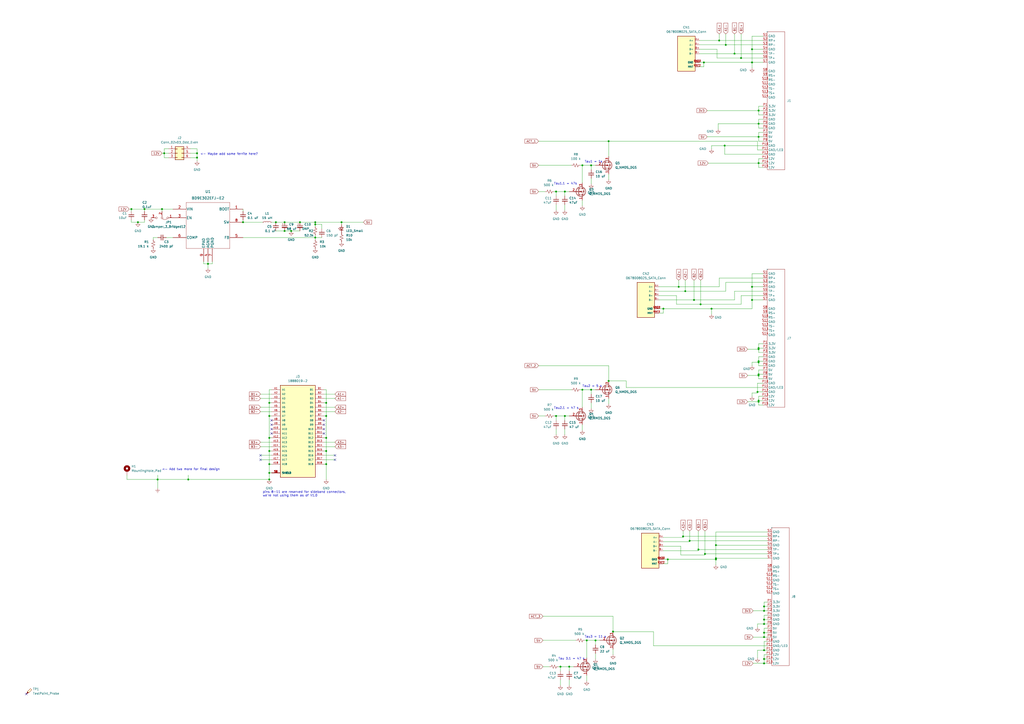
<source format=kicad_sch>
(kicad_sch (version 20230121) (generator eeschema)
  (paper "A2")
  (lib_symbols
    (symbol "Connector:TestPoint_Probe" (pin_numbers hide) (pin_names (offset 0.762) hide)
      (property "Reference" "TP" (at 1.651 5.842 0))
      (property "Value" "TestPoint_Probe" (at 1.651 4.064 0))
      (symbol "TestPoint_Probe_1_1"
        (pin passive line (at 0 0 90) (length 0) (name "1") (number "1"))
      )
    )
    (symbol "Connector_Generic:Conn_02x03_Top_Bottom" (pin_names (offset 1.016) hide)
      (property "Reference" "J" (at 1.27 5.08 0))
      (property "Value" "Conn_02x03_Top_Bottom" (at 1.27 -5.08 0))
      (symbol "Conn_02x03_Top_Bottom_1_1"
        (pin passive line (at -5.08 2.54 0) (length 3.81) (name "Pin_1") (number "1"))
        (pin passive line (at -5.08 0 0) (length 3.81) (name "Pin_2") (number "2"))
        (pin passive line (at -5.08 -2.54 0) (length 3.81) (name "Pin_3") (number "3"))
        (pin passive line (at 7.62 2.54 180) (length 3.81) (name "Pin_4") (number "4"))
        (pin passive line (at 7.62 0 180) (length 3.81) (name "Pin_5") (number "5"))
        (pin passive line (at 7.62 -2.54 180) (length 3.81) (name "Pin_6") (number "6"))
      )
    )
    (symbol "Device:C_Polarized_Small" (pin_numbers hide) (pin_names (offset 0.254) hide)
      (property "Reference" "C" (at 0.254 1.778 0))
      (property "Value" "C_Polarized_Small" (at 0.254 -2.032 0))
      (symbol "C_Polarized_Small_1_1"
        (pin passive line (at 0 2.54 270) (length 1.8542) (name "~") (number "1"))
        (pin passive line (at 0 -2.54 90) (length 1.8542) (name "~") (number "2"))
      )
    )
    (symbol "Device:C_Small" (pin_numbers hide) (pin_names (offset 0.254) hide)
      (property "Reference" "C" (at 0.254 1.778 0))
      (property "Value" "C_Small" (at 0.254 -2.032 0))
      (symbol "C_Small_1_1"
        (pin passive line (at 0 2.54 270) (length 2.032) (name "~") (number "1"))
        (pin passive line (at 0 -2.54 90) (length 2.032) (name "~") (number "2"))
      )
    )
    (symbol "Device:LED_Small" (pin_numbers hide) (pin_names (offset 0.254) hide)
      (property "Reference" "D" (at -1.27 3.175 0))
      (property "Value" "LED_Small" (at -4.445 -2.54 0))
      (symbol "LED_Small_1_1"
        (pin passive line (at -2.54 0 0) (length 1.778) (name "K") (number "1"))
        (pin passive line (at 2.54 0 180) (length 1.778) (name "A") (number "2"))
      )
    )
    (symbol "Device:L_Small" (pin_numbers hide) (pin_names (offset 0.254) hide)
      (property "Reference" "L" (at 0.762 1.016 0))
      (property "Value" "L_Small" (at 0.762 -1.016 0))
      (symbol "L_Small_1_1"
        (pin passive line (at 0 2.54 270) (length 0.508) (name "~") (number "1"))
        (pin passive line (at 0 -2.54 90) (length 0.508) (name "~") (number "2"))
      )
    )
    (symbol "Device:Q_NMOS_SGD" (pin_names (offset 0) hide)
      (property "Reference" "Q" (at 5.08 1.27 0))
      (property "Value" "Q_NMOS_SGD" (at 5.08 -1.27 0))
      (symbol "Q_NMOS_SGD_1_1"
        (pin passive line (at 2.54 -5.08 90) (length 2.54) (name "S") (number "1"))
        (pin input line (at -5.08 0 0) (length 5.08) (name "G") (number "2"))
        (pin passive line (at 2.54 5.08 270) (length 2.54) (name "D") (number "3"))
      )
    )
    (symbol "Device:R_Small_US" (pin_numbers hide) (pin_names (offset 0.254) hide)
      (property "Reference" "R" (at 0.762 0.508 0))
      (property "Value" "R_Small_US" (at 0.762 -1.016 0))
      (symbol "R_Small_US_1_1"
        (pin passive line (at 0 2.54 270) (length 1.016) (name "~") (number "1"))
        (pin passive line (at 0 -2.54 90) (length 1.016) (name "~") (number "2"))
      )
    )
    (symbol "Jumper:Jumper_3_Bridged12" (pin_names (offset 0) hide)
      (property "Reference" "JP" (at -2.54 -2.54 0))
      (property "Value" "Jumper_3_Bridged12" (at 0 2.794 0))
      (symbol "Jumper_3_Bridged12_1_1"
        (pin passive line (at -6.35 0 0) (length 2.54) (name "A") (number "1"))
        (pin passive line (at 0 -3.81 90) (length 2.54) (name "C") (number "2"))
        (pin passive line (at 6.35 0 180) (length 2.54) (name "B") (number "3"))
      )
    )
    (symbol "KiCADs:0678008025_SATA_Conn" (pin_names (offset 1.016))
      (property "Reference" "CN" (at -5.08 12.7 0))
      (property "Value" "0678008025_SATA_Conn" (at -5.08 -15.24 0))
      (symbol "0678008025_SATA_Conn_0_0"
        (pin bidirectional line (at -7.62 7.62 0) (length 2.54) (name "A+") (number "A+"))
        (pin bidirectional line (at -7.62 5.08 0) (length 2.54) (name "A-") (number "A-"))
        (pin bidirectional line (at -7.62 2.54 0) (length 2.54) (name "B+") (number "B+"))
        (pin bidirectional line (at -7.62 0 0) (length 2.54) (name "B-") (number "B-"))
        (pin power_in line (at -7.62 -5.08 0) (length 2.54) (name "GND") (number "GND1"))
        (pin power_in line (at -7.62 -5.08 0) (length 2.54) (name "GND") (number "GND2"))
        (pin power_in line (at -7.62 -5.08 0) (length 2.54) (name "GND") (number "GND3"))
        (pin bidirectional line (at -7.62 -7.62 0) (length 2.54) (name "MNT") (number "MNT1"))
        (pin bidirectional line (at -7.62 -7.62 0) (length 2.54) (name "MNT") (number "MNT2"))
      )
    )
    (symbol "KiCADs:10124274-001TRLF"
      (property "Reference" "J" (at 5.08 1.27 0))
      (symbol "10124274-001TRLF_1_1"
        (pin power_in line (at -2.54 -43.18 0) (length 2.54) (name "3.3V") (number "P1"))
        (pin power_in line (at -2.54 -66.04 0) (length 2.54) (name "GND") (number "P10"))
        (pin bidirectional line (at -2.54 -68.58 0) (length 2.54) (name "GND/LED") (number "P11"))
        (pin power_in line (at -2.54 -71.12 0) (length 2.54) (name "GND") (number "P12"))
        (pin power_in line (at -2.54 -73.66 0) (length 2.54) (name "12V") (number "P13"))
        (pin power_in line (at -2.54 -76.2 0) (length 2.54) (name "12V") (number "P14"))
        (pin power_in line (at -2.54 -78.74 0) (length 2.54) (name "12V") (number "P15"))
        (pin power_in line (at -2.54 -45.72 0) (length 2.54) (name "3.3V") (number "P2"))
        (pin power_in line (at -2.54 -48.26 0) (length 2.54) (name "3.3V") (number "P3"))
        (pin power_in line (at -2.54 -50.8 0) (length 2.54) (name "GND") (number "P4"))
        (pin power_in line (at -2.54 -53.34 0) (length 2.54) (name "GND") (number "P5"))
        (pin power_in line (at -2.54 -55.88 0) (length 2.54) (name "GND") (number "P6"))
        (pin power_in line (at -2.54 -58.42 0) (length 2.54) (name "5V") (number "P7"))
        (pin power_in line (at -2.54 -60.96 0) (length 2.54) (name "5V") (number "P8"))
        (pin power_in line (at -2.54 -63.5 0) (length 2.54) (name "5V") (number "P9"))
        (pin power_in line (at -2.54 -2.54 0) (length 2.54) (name "GND") (number "S1"))
        (pin input line (at -2.54 -27.94 0) (length 2.54) (name "RS-") (number "S10"))
        (pin power_in line (at -2.54 -30.48 0) (length 2.54) (name "GND") (number "S11"))
        (pin input line (at -2.54 -33.02 0) (length 2.54) (name "TS-") (number "S12"))
        (pin input line (at -2.54 -35.56 0) (length 2.54) (name "TS+") (number "S13"))
        (pin power_in line (at -2.54 -38.1 0) (length 2.54) (name "GND") (number "S14"))
        (pin input line (at -2.54 -5.08 0) (length 2.54) (name "RP+") (number "S2"))
        (pin input line (at -2.54 -7.62 0) (length 2.54) (name "RP-") (number "S3"))
        (pin power_in line (at -2.54 -10.16 0) (length 2.54) (name "GND") (number "S4"))
        (pin input line (at -2.54 -12.7 0) (length 2.54) (name "TP-") (number "S5"))
        (pin input line (at -2.54 -15.24 0) (length 2.54) (name "TP+") (number "S6"))
        (pin power_in line (at -2.54 -17.78 0) (length 2.54) (name "GND") (number "S7"))
        (pin power_in line (at -2.54 -22.86 0) (length 2.54) (name "GND") (number "S8"))
        (pin input line (at -2.54 -25.4 0) (length 2.54) (name "RS+") (number "S9"))
      )
    )
    (symbol "KiCADs:1888019-2" (pin_names (offset 1.016))
      (property "Reference" "J" (at -10.16 26.67 0))
      (property "Value" "1888019-2" (at -10.16 -29.21 0))
      (symbol "1888019-2_0_0"
        (pin passive line (at -15.24 22.86 0) (length 5.08) (name "A1") (number "A1"))
        (pin passive line (at -15.24 0 0) (length 5.08) (name "A10") (number "A10"))
        (pin passive line (at -15.24 -2.54 0) (length 5.08) (name "A11") (number "A11"))
        (pin passive line (at -15.24 -5.08 0) (length 5.08) (name "A12") (number "A12"))
        (pin passive line (at -15.24 -7.62 0) (length 5.08) (name "A13") (number "A13"))
        (pin passive line (at -15.24 -10.16 0) (length 5.08) (name "A14") (number "A14"))
        (pin passive line (at -15.24 -12.7 0) (length 5.08) (name "A15") (number "A15"))
        (pin passive line (at -15.24 -15.24 0) (length 5.08) (name "A16") (number "A16"))
        (pin passive line (at -15.24 -17.78 0) (length 5.08) (name "A17") (number "A17"))
        (pin passive line (at -15.24 -20.32 0) (length 5.08) (name "A18") (number "A18"))
        (pin passive line (at -15.24 20.32 0) (length 5.08) (name "A2") (number "A2"))
        (pin passive line (at -15.24 17.78 0) (length 5.08) (name "A3") (number "A3"))
        (pin passive line (at -15.24 15.24 0) (length 5.08) (name "A4") (number "A4"))
        (pin passive line (at -15.24 12.7 0) (length 5.08) (name "A5") (number "A5"))
        (pin passive line (at -15.24 10.16 0) (length 5.08) (name "A6") (number "A6"))
        (pin passive line (at -15.24 7.62 0) (length 5.08) (name "A7") (number "A7"))
        (pin passive line (at -15.24 5.08 0) (length 5.08) (name "A8") (number "A8"))
        (pin passive line (at -15.24 2.54 0) (length 5.08) (name "A9") (number "A9"))
        (pin passive line (at 15.24 22.86 180) (length 5.08) (name "B1") (number "B1"))
        (pin passive line (at 15.24 0 180) (length 5.08) (name "B10") (number "B10"))
        (pin passive line (at 15.24 -2.54 180) (length 5.08) (name "B11") (number "B11"))
        (pin passive line (at 15.24 -5.08 180) (length 5.08) (name "B12") (number "B12"))
        (pin passive line (at 15.24 -7.62 180) (length 5.08) (name "B13") (number "B13"))
        (pin passive line (at 15.24 -10.16 180) (length 5.08) (name "B14") (number "B14"))
        (pin passive line (at 15.24 -12.7 180) (length 5.08) (name "B15") (number "B15"))
        (pin passive line (at 15.24 -15.24 180) (length 5.08) (name "B16") (number "B16"))
        (pin passive line (at 15.24 -17.78 180) (length 5.08) (name "B17") (number "B17"))
        (pin passive line (at 15.24 -20.32 180) (length 5.08) (name "B18") (number "B18"))
        (pin passive line (at 15.24 20.32 180) (length 5.08) (name "B2") (number "B2"))
        (pin passive line (at 15.24 17.78 180) (length 5.08) (name "B3") (number "B3"))
        (pin passive line (at 15.24 15.24 180) (length 5.08) (name "B4") (number "B4"))
        (pin passive line (at 15.24 12.7 180) (length 5.08) (name "B5") (number "B5"))
        (pin passive line (at 15.24 10.16 180) (length 5.08) (name "B6") (number "B6"))
        (pin passive line (at 15.24 7.62 180) (length 5.08) (name "B7") (number "B7"))
        (pin passive line (at 15.24 5.08 180) (length 5.08) (name "B8") (number "B8"))
        (pin passive line (at 15.24 2.54 180) (length 5.08) (name "B9") (number "B9"))
        (pin passive line (at -15.24 -25.4 0) (length 5.08) (name "SHIELD") (number "S1"))
        (pin passive line (at -15.24 -25.4 0) (length 5.08) (name "SHIELD") (number "S2"))
        (pin passive line (at -15.24 -25.4 0) (length 5.08) (name "SHIELD") (number "S3"))
        (pin passive line (at -15.24 -25.4 0) (length 5.08) (name "SHIELD") (number "S4"))
        (pin passive line (at -15.24 -25.4 0) (length 5.08) (name "SHIELD") (number "S5"))
        (pin passive line (at -15.24 -25.4 0) (length 5.08) (name "SHIELD") (number "S6"))
      )
    )
    (symbol "KiCADs:BD9E302EFJ-E2" (pin_names (offset 0.254))
      (property "Reference" "U1" (at 20.32 13.97 0))
      (property "Value" "BD9E302EFJ-E2" (at 20.32 10.16 0))
      (symbol "BD9E302EFJ-E2_1_1"
        (pin unspecified line (at 40.64 3.81 180) (length 7.62) (name "BOOT") (number "1"))
        (pin unspecified line (at 0 3.81 0) (length 7.62) (name "VIN") (number "2"))
        (pin unspecified line (at 0 -1.27 0) (length 7.62) (name "EN") (number "3"))
        (pin power_in line (at 20.32 -26.67 90) (length 7.62) (name "AGND") (number "4"))
        (pin unspecified line (at 40.64 -12.7 180) (length 7.62) (name "FB") (number "5"))
        (pin unspecified line (at 0 -12.7 0) (length 7.62) (name "COMP") (number "6"))
        (pin power_in line (at 22.86 -26.67 90) (length 7.62) (name "PGND") (number "7"))
        (pin unspecified line (at 40.64 -3.81 180) (length 7.62) (name "SW") (number "8"))
        (pin unspecified line (at 17.78 -26.67 90) (length 7.62) (name "EPAD") (number "9"))
      )
    )
    (symbol "Mechanical:MountingHole_Pad" (pin_numbers hide) (pin_names (offset 1.016) hide)
      (property "Reference" "H" (at 0 6.35 0))
      (property "Value" "MountingHole_Pad" (at 0 4.445 0))
      (symbol "MountingHole_Pad_1_1"
        (pin input line (at 0 -2.54 90) (length 2.54) (name "1") (number "1"))
      )
    )
    (symbol "power:Earth" (power) (pin_names (offset 0))
      (symbol "Earth_1_1"
        (pin power_in line (at 0 0 270) (length 0) hide (name "Earth") (number "1"))
      )
    )
    (symbol "power:GND" (power) (pin_names (offset 0))
      (property "Value" "GND" (at 0 -3.81 0))
      (symbol "GND_1_1"
        (pin power_in line (at 0 0 270) (length 0) hide (name "GND") (number "1"))
      )
    )
  )
  (junction (at 182.88 137.795))
  (junction (at 189.23 254))
  (junction (at 443.23 351.79))
  (junction (at 156.21 278.13))
  (junction (at 426.085 31.115))
  (junction (at 156.21 261.62))
  (junction (at 440.055 217.17))
  (junction (at 440.055 71.755))
  (junction (at 387.35 324.485))
  (junction (at 396.24 311.15))
  (junction (at 440.055 233.045))
  (junction (at 109.22 278.13))
  (junction (at 120.65 153.035))
  (junction (at 330.2 386.715))
  (junction (at 429.895 33.655))
  (junction (at 93.98 121.285))
  (junction (at 156.21 274.32))
  (junction (at 421.005 26.035))
  (junction (at 415.29 324.485))
  (junction (at 405.13 318.77))
  (junction (at 165.1 128.905))
  (junction (at 189.23 269.24))
  (junction (at 325.12 386.715))
  (junction (at 412.75 179.07))
  (junction (at 443.23 361.95))
  (junction (at 440.055 210.185))
  (junction (at 156.21 241.3))
  (junction (at 337.82 95.885))
  (junction (at 443.23 369.57))
  (junction (at 443.23 367.03))
  (junction (at 443.23 377.19))
  (junction (at 198.12 128.905))
  (junction (at 439.42 227.33))
  (junction (at 397.51 168.91))
  (junction (at 400.05 313.69))
  (junction (at 443.23 359.41))
  (junction (at 415.29 316.23))
  (junction (at 402.59 173.99))
  (junction (at 408.305 36.195))
  (junction (at 95.25 88.9))
  (junction (at 440.055 217.805))
  (junction (at 440.055 94.615))
  (junction (at 340.36 371.475))
  (junction (at 417.195 23.495))
  (junction (at 393.7 166.37))
  (junction (at 165.1 133.985))
  (junction (at 408.94 321.31))
  (junction (at 443.23 354.33))
  (junction (at 76.2 121.285))
  (junction (at 406.4 176.53))
  (junction (at 327.66 241.3))
  (junction (at 168.91 133.985))
  (junction (at 160.02 128.905))
  (junction (at 80.01 128.905))
  (junction (at 443.23 384.81))
  (junction (at 436.245 28.575))
  (junction (at 345.44 371.475))
  (junction (at 353.06 220.98))
  (junction (at 182.88 130.175))
  (junction (at 440.055 79.375))
  (junction (at 322.58 241.3))
  (junction (at 327.66 111.125))
  (junction (at 342.9 95.885))
  (junction (at 353.06 81.915))
  (junction (at 322.58 111.125))
  (junction (at 440.055 201.93))
  (junction (at 440.055 232.41))
  (junction (at 189.23 233.68))
  (junction (at 440.055 209.55))
  (junction (at 189.23 241.3))
  (junction (at 436.245 173.99))
  (junction (at 156.21 269.24))
  (junction (at 420.37 84.455))
  (junction (at 443.23 382.27))
  (junction (at 189.23 261.62))
  (junction (at 182.88 128.905))
  (junction (at 436.245 166.37))
  (junction (at 355.6 366.395))
  (junction (at 156.21 233.68))
  (junction (at 337.82 226.06))
  (junction (at 91.44 278.13))
  (junction (at 114.3 88.9))
  (junction (at 114.3 91.44))
  (junction (at 342.9 226.06))
  (junction (at 83.82 121.285))
  (junction (at 415.29 323.85))
  (junction (at 140.97 128.905))
  (junction (at 440.055 64.135))
  (junction (at 156.21 254))
  (junction (at 384.81 179.07))
  (junction (at 440.055 202.565))
  (junction (at 436.245 36.195))
  (junction (at 173.99 128.905))
  (no_connect (at 157.48 248.92))
  (no_connect (at 194.31 264.16))
  (no_connect (at 194.31 266.7))
  (no_connect (at 187.96 248.92))
  (no_connect (at 157.48 251.46))
  (no_connect (at 15.24 402.59))
  (no_connect (at 151.13 264.16))
  (no_connect (at 187.96 246.38))
  (no_connect (at 151.13 266.7))
  (no_connect (at 187.96 243.84))
  (no_connect (at 187.96 251.46))
  (no_connect (at 157.48 243.84))
  (no_connect (at 157.48 246.38))
  (wire (pts (xy 337.82 116.205) (xy 337.82 119.38)))
  (wire (pts (xy 327.66 241.3) (xy 327.66 243.84)))
  (wire (pts (xy 443.23 379.73) (xy 443.23 382.27)))
  (wire (pts (xy 440.055 202.565) (xy 440.055 204.47)))
  (wire (pts (xy 336.55 95.885) (xy 337.82 95.885)))
  (wire (pts (xy 187.96 226.06) (xy 189.23 226.06)))
  (wire (pts (xy 415.29 308.61) (xy 445.135 308.61)))
  (wire (pts (xy 421.005 26.035) (xy 442.595 26.035)))
  (wire (pts (xy 440.055 71.755) (xy 442.595 71.755)))
  (wire (pts (xy 443.23 364.49) (xy 443.23 367.03)))
  (wire (pts (xy 189.23 254) (xy 189.23 261.62)))
  (wire (pts (xy 189.23 241.3) (xy 189.23 254)))
  (wire (pts (xy 187.96 233.68) (xy 189.23 233.68)))
  (wire (pts (xy 342.9 226.06) (xy 345.44 226.06)))
  (wire (pts (xy 330.2 394.335) (xy 330.2 397.51)))
  (wire (pts (xy 342.9 226.06) (xy 342.9 228.6)))
  (wire (pts (xy 95.25 91.44) (xy 97.79 91.44)))
  (wire (pts (xy 426.085 168.91) (xy 426.085 173.99)))
  (wire (pts (xy 151.13 259.08) (xy 157.48 259.08)))
  (wire (pts (xy 312.42 95.885) (xy 331.47 95.885)))
  (wire (pts (xy 440.055 217.17) (xy 442.595 217.17)))
  (wire (pts (xy 160.02 128.905) (xy 165.1 128.905)))
  (wire (pts (xy 342.9 233.68) (xy 342.9 236.855)))
  (wire (pts (xy 83.82 128.905) (xy 83.82 127.635)))
  (wire (pts (xy 382.27 168.91) (xy 397.51 168.91)))
  (wire (pts (xy 187.96 264.16) (xy 194.31 264.16)))
  (wire (pts (xy 187.96 269.24) (xy 189.23 269.24)))
  (wire (pts (xy 440.055 217.17) (xy 440.055 217.805)))
  (wire (pts (xy 74.93 121.285) (xy 76.2 121.285)))
  (wire (pts (xy 405.13 307.975) (xy 405.13 318.77)))
  (wire (pts (xy 415.925 33.655) (xy 429.895 33.655)))
  (wire (pts (xy 322.58 248.92) (xy 322.58 252.095)))
  (wire (pts (xy 314.96 357.505) (xy 355.6 357.505)))
  (wire (pts (xy 436.245 28.575) (xy 442.595 28.575)))
  (wire (pts (xy 443.23 369.57) (xy 445.135 369.57)))
  (wire (pts (xy 382.27 179.07) (xy 384.81 179.07)))
  (wire (pts (xy 189.23 261.62) (xy 189.23 269.24)))
  (wire (pts (xy 363.22 224.79) (xy 442.595 224.79)))
  (wire (pts (xy 440.055 81.915) (xy 442.595 81.915)))
  (wire (pts (xy 382.27 173.99) (xy 402.59 173.99)))
  (wire (pts (xy 345.44 379.095) (xy 345.44 382.27)))
  (wire (pts (xy 93.98 121.285) (xy 93.98 122.555)))
  (wire (pts (xy 327.66 111.125) (xy 327.66 113.665)))
  (wire (pts (xy 440.055 94.615) (xy 440.055 97.155)))
  (wire (pts (xy 322.58 118.745) (xy 322.58 121.92)))
  (wire (pts (xy 91.44 278.13) (xy 91.44 283.21)))
  (wire (pts (xy 140.97 137.795) (xy 182.88 137.795)))
  (wire (pts (xy 433.705 202.565) (xy 440.055 202.565)))
  (wire (pts (xy 340.36 371.475) (xy 340.36 381.635)))
  (wire (pts (xy 345.44 371.475) (xy 347.98 371.475)))
  (wire (pts (xy 83.82 121.285) (xy 93.98 121.285)))
  (wire (pts (xy 439.42 361.95) (xy 439.42 363.855)))
  (wire (pts (xy 321.31 241.3) (xy 322.58 241.3)))
  (wire (pts (xy 160.02 133.985) (xy 165.1 133.985)))
  (wire (pts (xy 140.97 127.635) (xy 140.97 128.905)))
  (wire (pts (xy 440.055 232.41) (xy 442.595 232.41)))
  (wire (pts (xy 408.94 321.31) (xy 408.94 321.945)))
  (wire (pts (xy 415.29 324.485) (xy 415.29 327.66)))
  (wire (pts (xy 187.96 236.22) (xy 194.31 236.22)))
  (wire (pts (xy 156.21 254) (xy 156.21 261.62)))
  (wire (pts (xy 337.82 226.06) (xy 337.82 236.22)))
  (wire (pts (xy 440.055 229.87) (xy 440.055 232.41)))
  (wire (pts (xy 442.595 222.25) (xy 439.42 222.25)))
  (wire (pts (xy 151.13 266.7) (xy 157.48 266.7)))
  (wire (pts (xy 342.9 103.505) (xy 342.9 106.68)))
  (wire (pts (xy 420.37 89.535) (xy 420.37 84.455)))
  (wire (pts (xy 440.055 71.755) (xy 440.055 74.295)))
  (wire (pts (xy 436.245 210.185) (xy 440.055 210.185)))
  (wire (pts (xy 415.29 323.85) (xy 445.135 323.85)))
  (wire (pts (xy 400.05 313.69) (xy 400.05 314.325)))
  (wire (pts (xy 426.085 19.685) (xy 426.085 31.115)))
  (wire (pts (xy 187.96 238.76) (xy 194.31 238.76)))
  (wire (pts (xy 445.135 356.87) (xy 443.23 356.87)))
  (wire (pts (xy 182.88 130.175) (xy 182.88 131.445)))
  (wire (pts (xy 363.22 220.98) (xy 353.06 220.98)))
  (wire (pts (xy 187.96 259.08) (xy 194.31 259.08)))
  (wire (pts (xy 312.42 111.125) (xy 316.23 111.125)))
  (wire (pts (xy 436.88 384.81) (xy 443.23 384.81)))
  (wire (pts (xy 445.135 349.25) (xy 443.23 349.25)))
  (wire (pts (xy 440.055 64.135) (xy 442.595 64.135)))
  (wire (pts (xy 355.6 376.555) (xy 355.6 379.73)))
  (wire (pts (xy 445.135 379.73) (xy 443.23 379.73)))
  (wire (pts (xy 400.05 313.69) (xy 445.135 313.69)))
  (wire (pts (xy 443.23 367.03) (xy 445.135 367.03)))
  (wire (pts (xy 76.2 121.285) (xy 76.2 122.555)))
  (wire (pts (xy 426.085 168.91) (xy 442.595 168.91)))
  (wire (pts (xy 186.69 130.175) (xy 182.88 130.175)))
  (wire (pts (xy 445.135 372.11) (xy 443.23 372.11)))
  (wire (pts (xy 182.88 128.905) (xy 198.12 128.905)))
  (wire (pts (xy 408.305 36.195) (xy 436.245 36.195)))
  (wire (pts (xy 436.245 36.195) (xy 436.245 39.37)))
  (wire (pts (xy 442.595 76.835) (xy 440.055 76.835)))
  (wire (pts (xy 330.2 386.715) (xy 332.74 386.715)))
  (wire (pts (xy 327.66 241.3) (xy 330.2 241.3)))
  (wire (pts (xy 443.23 349.25) (xy 443.23 351.79)))
  (wire (pts (xy 379.095 374.65) (xy 445.135 374.65)))
  (wire (pts (xy 353.06 100.965) (xy 353.06 104.14)))
  (wire (pts (xy 73.66 275.59) (xy 73.66 278.13)))
  (wire (pts (xy 151.13 264.16) (xy 157.48 264.16)))
  (wire (pts (xy 443.23 382.27) (xy 445.135 382.27)))
  (wire (pts (xy 93.98 88.9) (xy 95.25 88.9)))
  (wire (pts (xy 382.27 166.37) (xy 393.7 166.37)))
  (wire (pts (xy 379.095 366.395) (xy 355.6 366.395)))
  (wire (pts (xy 426.085 31.115) (xy 442.595 31.115)))
  (wire (pts (xy 421.005 19.685) (xy 421.005 26.035)))
  (wire (pts (xy 442.595 69.215) (xy 440.055 69.215)))
  (wire (pts (xy 436.245 227.965) (xy 439.42 227.965)))
  (wire (pts (xy 421.005 168.91) (xy 397.51 168.91)))
  (wire (pts (xy 110.49 91.44) (xy 114.3 91.44)))
  (wire (pts (xy 337.82 95.885) (xy 342.9 95.885)))
  (wire (pts (xy 396.24 307.975) (xy 396.24 311.15)))
  (wire (pts (xy 187.96 256.54) (xy 194.31 256.54)))
  (wire (pts (xy 394.97 321.945) (xy 394.97 316.865)))
  (wire (pts (xy 443.23 351.79) (xy 443.23 354.33)))
  (wire (pts (xy 440.055 232.41) (xy 440.055 233.045)))
  (wire (pts (xy 384.81 314.325) (xy 400.05 314.325)))
  (wire (pts (xy 440.055 204.47) (xy 442.595 204.47)))
  (wire (pts (xy 140.97 121.285) (xy 140.97 122.555)))
  (wire (pts (xy 417.195 166.37) (xy 393.7 166.37)))
  (wire (pts (xy 114.3 91.44) (xy 114.3 88.9)))
  (wire (pts (xy 80.01 128.905) (xy 83.82 128.905)))
  (wire (pts (xy 91.44 275.59) (xy 91.44 278.13)))
  (wire (pts (xy 151.13 228.6) (xy 157.48 228.6)))
  (wire (pts (xy 443.23 377.19) (xy 445.135 377.19)))
  (wire (pts (xy 442.595 199.39) (xy 440.055 199.39)))
  (wire (pts (xy 440.055 217.805) (xy 440.055 219.71)))
  (wire (pts (xy 109.22 275.59) (xy 109.22 278.13)))
  (wire (pts (xy 440.055 76.835) (xy 440.055 79.375)))
  (wire (pts (xy 151.13 256.54) (xy 157.48 256.54)))
  (wire (pts (xy 187.96 241.3) (xy 189.23 241.3)))
  (wire (pts (xy 198.12 128.905) (xy 198.12 130.175)))
  (wire (pts (xy 182.88 136.525) (xy 182.88 137.795)))
  (wire (pts (xy 95.25 88.9) (xy 95.25 91.44)))
  (wire (pts (xy 88.9 137.795) (xy 88.9 139.065)))
  (wire (pts (xy 322.58 111.125) (xy 322.58 113.665)))
  (wire (pts (xy 355.6 357.505) (xy 355.6 366.395)))
  (wire (pts (xy 187.96 254) (xy 189.23 254)))
  (wire (pts (xy 440.055 74.295) (xy 442.595 74.295)))
  (wire (pts (xy 384.81 179.07) (xy 384.81 181.61)))
  (wire (pts (xy 392.43 176.53) (xy 392.43 171.45)))
  (wire (pts (xy 314.96 386.715) (xy 318.77 386.715)))
  (wire (pts (xy 120.65 151.765) (xy 120.65 153.035)))
  (wire (pts (xy 440.055 233.045) (xy 440.055 234.95)))
  (wire (pts (xy 337.82 95.885) (xy 337.82 106.045)))
  (wire (pts (xy 420.37 84.455) (xy 442.595 84.455)))
  (wire (pts (xy 415.29 316.23) (xy 415.29 323.85)))
  (wire (pts (xy 412.75 84.455) (xy 412.75 86.36)))
  (wire (pts (xy 436.245 173.99) (xy 442.595 173.99)))
  (wire (pts (xy 187.96 266.7) (xy 194.31 266.7)))
  (wire (pts (xy 151.13 238.76) (xy 157.48 238.76)))
  (wire (pts (xy 165.1 133.985) (xy 168.91 133.985)))
  (wire (pts (xy 436.245 158.75) (xy 436.245 166.37)))
  (wire (pts (xy 436.245 36.195) (xy 442.595 36.195)))
  (wire (pts (xy 440.055 214.63) (xy 440.055 217.17)))
  (wire (pts (xy 405.765 38.735) (xy 408.305 38.735)))
  (wire (pts (xy 393.7 162.56) (xy 393.7 166.37)))
  (wire (pts (xy 325.12 394.335) (xy 325.12 397.51)))
  (wire (pts (xy 440.055 66.675) (xy 442.595 66.675)))
  (wire (pts (xy 440.055 71.755) (xy 416.56 71.755)))
  (wire (pts (xy 439.42 377.19) (xy 443.23 377.19)))
  (wire (pts (xy 76.2 127.635) (xy 76.2 128.905)))
  (wire (pts (xy 157.48 226.06) (xy 156.21 226.06)))
  (wire (pts (xy 440.055 212.09) (xy 442.595 212.09)))
  (wire (pts (xy 387.35 324.485) (xy 415.29 324.485)))
  (wire (pts (xy 439.42 227.33) (xy 442.595 227.33)))
  (wire (pts (xy 429.895 19.685) (xy 429.895 33.655)))
  (wire (pts (xy 182.88 137.795) (xy 182.88 139.065)))
  (wire (pts (xy 156.21 261.62) (xy 156.21 269.24)))
  (wire (pts (xy 109.22 278.13) (xy 156.21 278.13)))
  (wire (pts (xy 420.37 89.535) (xy 442.595 89.535)))
  (wire (pts (xy 340.36 371.475) (xy 345.44 371.475)))
  (wire (pts (xy 412.75 84.455) (xy 420.37 84.455)))
  (wire (pts (xy 363.22 224.79) (xy 363.22 220.98)))
  (wire (pts (xy 327.66 118.745) (xy 327.66 121.92)))
  (wire (pts (xy 415.925 28.575) (xy 405.765 28.575)))
  (wire (pts (xy 321.31 111.125) (xy 322.58 111.125)))
  (wire (pts (xy 436.245 20.955) (xy 442.595 20.955)))
  (wire (pts (xy 415.925 33.655) (xy 415.925 28.575)))
  (wire (pts (xy 436.245 166.37) (xy 442.595 166.37)))
  (wire (pts (xy 322.58 241.3) (xy 327.66 241.3)))
  (wire (pts (xy 387.35 324.485) (xy 387.35 327.025)))
  (wire (pts (xy 189.23 233.68) (xy 189.23 241.3)))
  (wire (pts (xy 384.81 319.405) (xy 405.13 319.405)))
  (wire (pts (xy 421.005 163.83) (xy 442.595 163.83)))
  (wire (pts (xy 384.81 311.785) (xy 396.24 311.785)))
  (wire (pts (xy 429.895 176.53) (xy 406.4 176.53)))
  (wire (pts (xy 417.195 19.685) (xy 417.195 23.495)))
  (wire (pts (xy 189.23 226.06) (xy 189.23 233.68)))
  (wire (pts (xy 83.82 121.285) (xy 83.82 122.555)))
  (wire (pts (xy 157.48 274.32) (xy 156.21 274.32)))
  (wire (pts (xy 408.305 36.195) (xy 408.305 38.735)))
  (wire (pts (xy 186.69 132.715) (xy 186.69 130.175)))
  (wire (pts (xy 157.48 254) (xy 156.21 254)))
  (wire (pts (xy 157.48 128.905) (xy 160.02 128.905)))
  (wire (pts (xy 440.055 209.55) (xy 442.595 209.55)))
  (wire (pts (xy 442.595 214.63) (xy 440.055 214.63)))
  (wire (pts (xy 440.055 79.375) (xy 440.055 81.915)))
  (wire (pts (xy 440.055 209.55) (xy 440.055 210.185)))
  (wire (pts (xy 440.055 92.075) (xy 440.055 94.615)))
  (wire (pts (xy 353.06 231.14) (xy 353.06 234.315)))
  (wire (pts (xy 312.42 241.3) (xy 316.23 241.3)))
  (wire (pts (xy 440.055 69.215) (xy 440.055 71.755)))
  (wire (pts (xy 417.195 23.495) (xy 442.595 23.495)))
  (wire (pts (xy 312.42 212.09) (xy 353.06 212.09)))
  (wire (pts (xy 415.29 308.61) (xy 415.29 316.23)))
  (wire (pts (xy 379.095 374.65) (xy 379.095 366.395)))
  (wire (pts (xy 76.2 121.285) (xy 83.82 121.285)))
  (wire (pts (xy 436.245 28.575) (xy 436.245 36.195)))
  (wire (pts (xy 187.96 261.62) (xy 189.23 261.62)))
  (wire (pts (xy 412.75 179.07) (xy 412.75 182.245)))
  (wire (pts (xy 439.42 86.995) (xy 442.595 86.995)))
  (wire (pts (xy 312.42 226.06) (xy 331.47 226.06)))
  (wire (pts (xy 440.055 61.595) (xy 440.055 64.135)))
  (wire (pts (xy 157.48 269.24) (xy 156.21 269.24)))
  (wire (pts (xy 353.06 81.915) (xy 439.42 81.915)))
  (wire (pts (xy 323.85 386.715) (xy 325.12 386.715)))
  (wire (pts (xy 436.88 369.57) (xy 443.23 369.57)))
  (wire (pts (xy 327.66 248.92) (xy 327.66 252.095)))
  (wire (pts (xy 382.27 181.61) (xy 384.81 181.61)))
  (wire (pts (xy 339.09 371.475) (xy 340.36 371.475)))
  (wire (pts (xy 443.23 367.03) (xy 443.23 369.57)))
  (wire (pts (xy 151.13 231.14) (xy 157.48 231.14)))
  (wire (pts (xy 421.005 163.83) (xy 421.005 168.91)))
  (wire (pts (xy 440.055 207.01) (xy 440.055 209.55)))
  (wire (pts (xy 402.59 162.56) (xy 402.59 173.99)))
  (wire (pts (xy 417.195 161.29) (xy 442.595 161.29)))
  (wire (pts (xy 156.21 241.3) (xy 156.21 254)))
  (wire (pts (xy 440.055 201.93) (xy 442.595 201.93)))
  (wire (pts (xy 394.97 316.865) (xy 384.81 316.865)))
  (wire (pts (xy 340.36 391.795) (xy 340.36 394.97)))
  (wire (pts (xy 429.895 33.655) (xy 442.595 33.655)))
  (wire (pts (xy 439.42 222.25) (xy 439.42 227.33)))
  (wire (pts (xy 173.99 128.905) (xy 182.88 128.905)))
  (wire (pts (xy 342.9 95.885) (xy 345.44 95.885)))
  (wire (pts (xy 440.055 201.93) (xy 440.055 202.565)))
  (wire (pts (xy 433.705 233.045) (xy 440.055 233.045)))
  (wire (pts (xy 440.055 64.135) (xy 440.055 66.675)))
  (wire (pts (xy 353.06 81.915) (xy 353.06 90.805)))
  (wire (pts (xy 405.765 23.495) (xy 417.195 23.495)))
  (wire (pts (xy 182.88 137.795) (xy 186.69 137.795)))
  (wire (pts (xy 440.055 234.95) (xy 442.595 234.95)))
  (wire (pts (xy 168.91 133.985) (xy 173.99 133.985)))
  (wire (pts (xy 118.11 153.035) (xy 120.65 153.035)))
  (wire (pts (xy 405.13 318.77) (xy 405.13 319.405)))
  (wire (pts (xy 384.81 327.025) (xy 387.35 327.025)))
  (wire (pts (xy 443.23 384.81) (xy 445.135 384.81)))
  (wire (pts (xy 440.055 79.375) (xy 442.595 79.375)))
  (wire (pts (xy 443.23 382.27) (xy 443.23 384.81)))
  (wire (pts (xy 157.48 233.68) (xy 156.21 233.68)))
  (wire (pts (xy 392.43 176.53) (xy 406.4 176.53)))
  (wire (pts (xy 322.58 241.3) (xy 322.58 243.84)))
  (wire (pts (xy 443.23 372.11) (xy 443.23 377.19)))
  (wire (pts (xy 182.88 128.905) (xy 182.88 130.175)))
  (wire (pts (xy 114.3 86.36) (xy 110.49 86.36)))
  (wire (pts (xy 118.11 151.765) (xy 118.11 153.035)))
  (wire (pts (xy 397.51 162.56) (xy 397.51 168.91)))
  (wire (pts (xy 436.245 179.07) (xy 412.75 179.07)))
  (wire (pts (xy 436.88 354.33) (xy 443.23 354.33)))
  (wire (pts (xy 325.12 386.715) (xy 325.12 389.255)))
  (wire (pts (xy 440.055 94.615) (xy 442.595 94.615)))
  (wire (pts (xy 415.29 323.85) (xy 415.29 324.485)))
  (wire (pts (xy 440.055 219.71) (xy 442.595 219.71)))
  (wire (pts (xy 95.25 86.36) (xy 95.25 88.9)))
  (wire (pts (xy 96.52 137.795) (xy 100.33 137.795)))
  (wire (pts (xy 330.2 386.715) (xy 330.2 389.255)))
  (wire (pts (xy 440.055 199.39) (xy 440.055 201.93)))
  (wire (pts (xy 396.24 311.15) (xy 396.24 311.785)))
  (wire (pts (xy 416.56 71.755) (xy 416.56 74.93)))
  (wire (pts (xy 187.96 228.6) (xy 194.31 228.6)))
  (wire (pts (xy 114.3 88.9) (xy 114.3 86.36)))
  (wire (pts (xy 436.245 173.99) (xy 436.245 179.07)))
  (wire (pts (xy 325.12 386.715) (xy 330.2 386.715)))
  (wire (pts (xy 322.58 111.125) (xy 327.66 111.125)))
  (wire (pts (xy 384.81 324.485) (xy 387.35 324.485)))
  (wire (pts (xy 443.23 354.33) (xy 445.135 354.33)))
  (wire (pts (xy 410.21 64.135) (xy 440.055 64.135)))
  (wire (pts (xy 396.24 311.15) (xy 445.135 311.15)))
  (wire (pts (xy 93.98 121.285) (xy 100.33 121.285)))
  (wire (pts (xy 410.21 79.375) (xy 440.055 79.375)))
  (wire (pts (xy 405.13 318.77) (xy 445.135 318.77)))
  (wire (pts (xy 443.23 359.41) (xy 443.23 361.95)))
  (wire (pts (xy 442.595 229.87) (xy 440.055 229.87)))
  (wire (pts (xy 429.895 171.45) (xy 442.595 171.45)))
  (wire (pts (xy 156.21 226.06) (xy 156.21 233.68)))
  (wire (pts (xy 189.23 269.24) (xy 189.23 278.13)))
  (wire (pts (xy 157.48 241.3) (xy 156.21 241.3)))
  (wire (pts (xy 392.43 171.45) (xy 382.27 171.45)))
  (wire (pts (xy 442.595 61.595) (xy 440.055 61.595)))
  (wire (pts (xy 73.66 278.13) (xy 91.44 278.13)))
  (wire (pts (xy 410.845 94.615) (xy 440.055 94.615)))
  (wire (pts (xy 314.96 371.475) (xy 334.01 371.475)))
  (wire (pts (xy 114.3 91.44) (xy 114.3 93.345)))
  (wire (pts (xy 436.245 227.965) (xy 436.245 229.87)))
  (wire (pts (xy 327.66 111.125) (xy 330.2 111.125)))
  (wire (pts (xy 156.21 274.32) (xy 156.21 278.13)))
  (wire (pts (xy 406.4 162.56) (xy 406.4 176.53)))
  (wire (pts (xy 91.44 137.795) (xy 88.9 137.795)))
  (wire (pts (xy 120.65 153.035) (xy 120.65 155.575)))
  (wire (pts (xy 443.23 356.87) (xy 443.23 359.41)))
  (wire (pts (xy 442.595 92.075) (xy 440.055 92.075)))
  (wire (pts (xy 157.48 261.62) (xy 156.21 261.62)))
  (wire (pts (xy 443.23 351.79) (xy 445.135 351.79)))
  (wire (pts (xy 405.765 36.195) (xy 408.305 36.195)))
  (wire (pts (xy 336.55 226.06) (xy 337.82 226.06)))
  (wire (pts (xy 400.05 307.975) (xy 400.05 313.69)))
  (wire (pts (xy 433.705 217.805) (xy 440.055 217.805)))
  (wire (pts (xy 156.21 233.68) (xy 156.21 241.3)))
  (wire (pts (xy 337.82 226.06) (xy 342.9 226.06)))
  (wire (pts (xy 198.12 128.905) (xy 210.82 128.905)))
  (wire (pts (xy 384.81 179.07) (xy 412.75 179.07)))
  (wire (pts (xy 187.96 231.14) (xy 194.31 231.14)))
  (wire (pts (xy 439.42 227.33) (xy 439.42 227.965)))
  (wire (pts (xy 312.42 81.915) (xy 353.06 81.915)))
  (wire (pts (xy 95.25 88.9) (xy 97.79 88.9)))
  (wire (pts (xy 439.42 361.95) (xy 443.23 361.95)))
  (wire (pts (xy 440.055 210.185) (xy 440.055 212.09)))
  (wire (pts (xy 415.29 316.23) (xy 445.135 316.23)))
  (wire (pts (xy 405.765 31.115) (xy 426.085 31.115)))
  (wire (pts (xy 405.765 26.035) (xy 421.005 26.035)))
  (wire (pts (xy 110.49 88.9) (xy 114.3 88.9)))
  (wire (pts (xy 394.97 321.945) (xy 408.94 321.945)))
  (wire (pts (xy 151.13 236.22) (xy 157.48 236.22)))
  (wire (pts (xy 442.595 207.01) (xy 440.055 207.01)))
  (wire (pts (xy 408.94 321.31) (xy 445.135 321.31)))
  (wire (pts (xy 120.65 153.035) (xy 123.19 153.035)))
  (wire (pts (xy 443.23 361.95) (xy 445.135 361.95)))
  (wire (pts (xy 440.055 97.155) (xy 442.595 97.155)))
  (wire (pts (xy 436.245 210.185) (xy 436.245 212.09)))
  (wire (pts (xy 342.9 95.885) (xy 342.9 98.425)))
  (wire (pts (xy 436.245 166.37) (xy 436.245 173.99)))
  (wire (pts (xy 417.195 161.29) (xy 417.195 166.37)))
  (wire (pts (xy 76.2 128.905) (xy 80.01 128.905)))
  (wire (pts (xy 408.94 307.975) (xy 408.94 321.31)))
  (wire (pts (xy 165.1 128.905) (xy 173.99 128.905)))
  (wire (pts (xy 445.135 364.49) (xy 443.23 364.49)))
  (wire (pts (xy 337.82 246.38) (xy 337.82 249.555)))
  (wire (pts (xy 436.245 158.75) (xy 442.595 158.75)))
  (wire (pts (xy 436.245 20.955) (xy 436.245 28.575)))
  (wire (pts (xy 345.44 371.475) (xy 345.44 374.015)))
  (wire (pts (xy 439.42 81.915) (xy 439.42 86.995)))
  (wire (pts (xy 429.895 171.45) (xy 429.895 176.53)))
  (wire (pts (xy 123.19 153.035) (xy 123.19 151.765)))
  (wire (pts (xy 439.42 377.19) (xy 439.42 381.635)))
  (wire (pts (xy 353.06 212.09) (xy 353.06 220.98)))
  (wire (pts (xy 443.23 359.41) (xy 445.135 359.41)))
  (wire (pts (xy 140.97 128.905) (xy 152.4 128.905)))
  (wire (pts (xy 426.085 173.99) (xy 402.59 173.99)))
  (wire (pts (xy 156.21 269.24) (xy 156.21 274.32)))
  (wire (pts (xy 97.79 86.36) (xy 95.25 86.36)))
  (wire (pts (xy 91.44 278.13) (xy 109.22 278.13)))
  (text "Tau2.1 = 47 s\n" (at 321.31 237.49 0) (effects (font (size 1.27 1.27)) (justify left bottom)))
  (text "pins 8-11 are reserved for sideband connectors,\nwe're not using them as of V1.0" (at 152.4 288.29 0) (effects (font (size 1.27 1.27)) (justify left bottom)))
  (text "<- Add two more for final design" (at 93.98 273.05 0) (effects (font (size 1.27 1.27)) (justify left bottom)))
  (text "Tau2 = 5 s" (at 337.82 224.79 0) (effects (font (size 1.27 1.27)) (justify left bottom)))
  (text "<- Maybe add some ferrite here?" (at 116.205 90.17 0) (effects (font (size 1.27 1.27)) (justify left bottom)))
  (text "Tau1 = 1s" (at 339.09 94.615 0) (effects (font (size 1.27 1.27)) (justify left bottom)))
  (text "Tau1.1 = 47s" (at 321.31 107.315 0) (effects (font (size 1.27 1.27)) (justify left bottom)))
  (text "Tau3 = 11 s" (at 339.09 370.205 0) (effects (font (size 1.27 1.27)) (justify left bottom)))
  (text "Tau 3.1 = 47 s" (at 323.85 382.905 0) (effects (font (size 1.27 1.27)) (justify left bottom)))
  (global_label "ACT_3" (shape input) (at 314.96 357.505 180) (property "Intersheetrefs" "${INTERSHEET_REFS}" (effects hide)))
  (global_label "A2-" (shape input) (at 397.51 162.56 90) (property "Intersheetrefs" "${INTERSHEET_REFS}" (effects hide)))
  (global_label "12V" (shape input) (at 410.845 94.615 180) (property "Intersheetrefs" "${INTERSHEET_REFS}" (effects hide)))
  (global_label "3V3" (shape input) (at 436.88 354.33 180) (property "Intersheetrefs" "${INTERSHEET_REFS}" (effects hide)))
  (global_label "B1-" (shape input) (at 426.085 19.685 90) (property "Intersheetrefs" "${INTERSHEET_REFS}" (effects hide)))
  (global_label "A1-" (shape input) (at 194.31 231.14 0) (property "Intersheetrefs" "${INTERSHEET_REFS}" (effects hide)))
  (global_label "12V" (shape input) (at 436.88 384.81 180) (property "Intersheetrefs" "${INTERSHEET_REFS}" (effects hide)))
  (global_label "B3-" (shape input) (at 151.13 259.08 180) (property "Intersheetrefs" "${INTERSHEET_REFS}" (effects hide)))
  (global_label "A2+" (shape input) (at 194.31 236.22 0) (property "Intersheetrefs" "${INTERSHEET_REFS}" (effects hide)))
  (global_label "5V" (shape input) (at 312.42 241.3 180) (property "Intersheetrefs" "${INTERSHEET_REFS}" (effects hide)))
  (global_label "A3-" (shape input) (at 194.31 259.08 0) (property "Intersheetrefs" "${INTERSHEET_REFS}" (effects hide)))
  (global_label "A2+" (shape input) (at 393.7 162.56 90) (property "Intersheetrefs" "${INTERSHEET_REFS}" (effects hide)))
  (global_label "B1+" (shape input) (at 151.13 228.6 180) (property "Intersheetrefs" "${INTERSHEET_REFS}" (effects hide)))
  (global_label "5V" (shape input) (at 210.82 128.905 0) (property "Intersheetrefs" "${INTERSHEET_REFS}" (effects hide)))
  (global_label "A3+" (shape input) (at 194.31 256.54 0) (property "Intersheetrefs" "${INTERSHEET_REFS}" (effects hide)))
  (global_label "5V" (shape input) (at 433.705 217.805 180) (property "Intersheetrefs" "${INTERSHEET_REFS}" (effects hide)))
  (global_label "ACT_1" (shape input) (at 312.42 81.915 180) (property "Intersheetrefs" "${INTERSHEET_REFS}" (effects hide)))
  (global_label "5V" (shape input) (at 314.96 386.715 180) (property "Intersheetrefs" "${INTERSHEET_REFS}" (effects hide)))
  (global_label "B1+" (shape input) (at 429.895 19.685 90) (property "Intersheetrefs" "${INTERSHEET_REFS}" (effects hide)))
  (global_label "5V" (shape input) (at 436.88 369.57 180) (property "Intersheetrefs" "${INTERSHEET_REFS}" (effects hide)))
  (global_label "ACT_2" (shape input) (at 312.42 212.09 180) (property "Intersheetrefs" "${INTERSHEET_REFS}" (effects hide)))
  (global_label "12V" (shape input) (at 74.93 121.285 180) (property "Intersheetrefs" "${INTERSHEET_REFS}" (effects hide)))
  (global_label "B2-" (shape input) (at 151.13 238.76 180) (property "Intersheetrefs" "${INTERSHEET_REFS}" (effects hide)))
  (global_label "A3+" (shape input) (at 396.24 307.975 90) (property "Intersheetrefs" "${INTERSHEET_REFS}" (effects hide)))
  (global_label "3V3" (shape input) (at 410.21 64.135 180) (property "Intersheetrefs" "${INTERSHEET_REFS}" (effects hide)))
  (global_label "3V3" (shape input) (at 433.705 202.565 180) (property "Intersheetrefs" "${INTERSHEET_REFS}" (effects hide)))
  (global_label "B3-" (shape input) (at 405.13 307.975 90) (property "Intersheetrefs" "${INTERSHEET_REFS}" (effects hide)))
  (global_label "B2+" (shape input) (at 406.4 162.56 90) (property "Intersheetrefs" "${INTERSHEET_REFS}" (effects hide)))
  (global_label "B1-" (shape input) (at 151.13 231.14 180) (property "Intersheetrefs" "${INTERSHEET_REFS}" (effects hide)))
  (global_label "5V" (shape input) (at 312.42 111.125 180) (property "Intersheetrefs" "${INTERSHEET_REFS}" (effects hide)))
  (global_label "B3+" (shape input) (at 151.13 256.54 180) (property "Intersheetrefs" "${INTERSHEET_REFS}" (effects hide)))
  (global_label "5V" (shape input) (at 410.21 79.375 180) (property "Intersheetrefs" "${INTERSHEET_REFS}" (effects hide)))
  (global_label "B2-" (shape input) (at 402.59 162.56 90) (property "Intersheetrefs" "${INTERSHEET_REFS}" (effects hide)))
  (global_label "5V" (shape input) (at 314.96 371.475 180) (property "Intersheetrefs" "${INTERSHEET_REFS}" (effects hide)))
  (global_label "B2+" (shape input) (at 151.13 236.22 180) (property "Intersheetrefs" "${INTERSHEET_REFS}" (effects hide)))
  (global_label "A1+" (shape input) (at 417.195 19.685 90) (property "Intersheetrefs" "${INTERSHEET_REFS}" (effects hide)))
  (global_label "B3+" (shape input) (at 408.94 307.975 90) (property "Intersheetrefs" "${INTERSHEET_REFS}" (effects hide)))
  (global_label "A1-" (shape input) (at 421.005 19.685 90) (property "Intersheetrefs" "${INTERSHEET_REFS}" (effects hide)))
  (global_label "12V" (shape input) (at 93.98 88.9 180) (property "Intersheetrefs" "${INTERSHEET_REFS}" (effects hide)))
  (global_label "12V" (shape input) (at 433.705 233.045 180) (property "Intersheetrefs" "${INTERSHEET_REFS}" (effects hide)))
  (global_label "5V" (shape input) (at 312.42 226.06 180) (property "Intersheetrefs" "${INTERSHEET_REFS}" (effects hide)))
  (global_label "A3-" (shape input) (at 400.05 307.975 90) (property "Intersheetrefs" "${INTERSHEET_REFS}" (effects hide)))
  (global_label "A1+" (shape input) (at 194.31 228.6 0) (property "Intersheetrefs" "${INTERSHEET_REFS}" (effects hide)))
  (global_label "A2-" (shape input) (at 194.31 238.76 0) (property "Intersheetrefs" "${INTERSHEET_REFS}" (effects hide)))
  (global_label "5V" (shape input) (at 312.42 95.885 180) (property "Intersheetrefs" "${INTERSHEET_REFS}" (effects hide)))
  (symbol (lib_id "Device:R_Small_US") (at 318.77 111.125 90) (unit 1)
    (property "Reference" "R6" (at 318.77 104.775 90))
    (property "Value" "500 k " (at 318.77 107.315 90))
    (property "Footprint" "Resistor_SMD:R_0603_1608Metric_Pad0.98x0.95mm_HandSolder" (effects hide))
  )
  (symbol (lib_id "Device:LED_Small") (at 198.12 132.715 90) (unit 1)
    (property "Reference" "D1" (at 200.66 131.3814 90) (effects (justify right)))
    (property "Value" "LED_Small" (at 200.66 133.9214 90) (effects (justify right)))
    (property "Footprint" "LED_SMD:LED_0805_2012Metric_Pad1.15x1.40mm_HandSolder" (effects hide))
  )
  (symbol (lib_id "power:GND") (at 198.12 140.335 0) (unit 1)
    (property "Reference" "#PWR0112" (effects hide))
    (property "Value" "GND" (at 198.12 145.415 0))
  )
  (symbol (lib_id "Device:C_Small") (at 322.58 116.205 0) (unit 1)
    (property "Reference" "C11" (at 320.04 114.9412 0) (effects (justify right)))
    (property "Value" "47uF" (at 320.04 117.4812 0) (effects (justify right)))
    (property "Footprint" "Capacitor_SMD:C_1210_3225Metric_Pad1.33x2.70mm_HandSolder" (effects hide))
  )
  (symbol (lib_id "Device:Q_NMOS_SGD") (at 353.06 371.475 0) (unit 1)
    (property "Reference" "Q2" (at 359.41 370.2049 0) (effects (justify left)))
    (property "Value" "Q_NMOS_DGS" (at 359.41 372.7449 0) (effects (justify left)))
    (property "Footprint" "Package_TO_SOT_SMD:SOT-23" (effects hide))
  )
  (symbol (lib_id "KiCADs:BD9E302EFJ-E2") (at 100.33 125.095 0) (unit 1)
    (property "Reference" "U1" (at 120.65 111.125 0) (effects (font (size 1.524 1.524))))
    (property "Value" "BD9E302EFJ-E2" (at 120.65 114.935 0) (effects (font (size 1.524 1.524))))
    (property "Footprint" "Package_SO:Texas_HTSOP-8-1EP_3.9x4.9mm_P1.27mm_EP2.95x4.9mm_Mask2.4x3.1mm_ThermalVias" (effects hide))
  )
  (symbol (lib_id "power:GND") (at 330.2 397.51 0) (unit 1)
    (property "Reference" "#PWR0125" (effects hide))
    (property "Value" "GND" (at 330.2 402.59 0))
  )
  (symbol (lib_id "power:GND") (at 342.9 236.855 0) (unit 1)
    (property "Reference" "#PWR0129" (effects hide))
    (property "Value" "GND" (at 342.9 241.935 0))
  )
  (symbol (lib_id "power:GND") (at 436.245 229.87 0) (unit 1)
    (property "Reference" "#PWR0128" (effects hide))
    (property "Value" "GND" (at 436.245 234.95 0))
  )
  (symbol (lib_id "power:GND") (at 322.58 252.095 0) (unit 1)
    (property "Reference" "#PWR0130" (effects hide))
    (property "Value" "GND" (at 322.58 257.175 0))
  )
  (symbol (lib_id "power:GND") (at 436.245 212.09 0) (unit 1)
    (property "Reference" "#PWR0110" (effects hide))
    (property "Value" "GND" (at 433.07 213.995 0))
  )
  (symbol (lib_id "power:GND") (at 415.29 327.66 0) (unit 1)
    (property "Reference" "#PWR0133" (effects hide))
    (property "Value" "GND" (at 419.735 328.93 0))
  )
  (symbol (lib_id "power:GND") (at 353.06 104.14 0) (unit 1)
    (property "Reference" "#PWR0105" (effects hide))
    (property "Value" "GND" (at 353.06 109.22 0))
  )
  (symbol (lib_id "power:GND") (at 412.75 86.36 0) (unit 1)
    (property "Reference" "#PWR0103" (effects hide))
    (property "Value" "GND" (at 407.67 86.36 0))
  )
  (symbol (lib_id "Device:R_Small_US") (at 182.88 133.985 0) (unit 1)
    (property "Reference" "R2" (at 179.07 133.985 0) (effects (justify left)))
    (property "Value" "52.3k" (at 176.53 136.525 0) (effects (justify left)))
    (property "Footprint" "Resistor_SMD:R_0603_1608Metric_Pad0.98x0.95mm_HandSolder" (effects hide))
  )
  (symbol (lib_id "KiCADs:0678008025_SATA_Conn") (at 377.19 319.405 0) (mirror y) (unit 1)
    (property "Reference" "CN3" (at 377.19 304.165 0))
    (property "Value" "0678008025_SATA_Conn" (at 377.19 306.705 0))
    (property "Footprint" "KiCADs:0678008025_SATA_Conn" (effects hide))
  )
  (symbol (lib_id "power:GND") (at 88.9 144.145 0) (unit 1)
    (property "Reference" "#PWR0118" (effects hide))
    (property "Value" "GND" (at 88.9 149.225 0))
  )
  (symbol (lib_id "Device:C_Polarized_Small") (at 173.99 131.445 0) (unit 1)
    (property "Reference" "C10" (at 176.53 130.175 0) (effects (justify left)))
    (property "Value" "DNP" (at 175.26 132.715 0) (effects (justify left)))
    (property "Footprint" "Capacitor_Tantalum_SMD:CP_EIA-7343-15_Kemet-W_Pad2.25x2.55mm_HandSolder" (effects hide))
  )
  (symbol (lib_id "Connector:TestPoint_Probe") (at 15.24 402.59 0) (unit 1)
    (property "Reference" "TP1" (at 19.05 399.7325 0) (effects (justify left)))
    (property "Value" "TestPoint_Probe" (at 19.05 402.2725 0) (effects (justify left)))
    (property "Footprint" "KiCADs:TheColonelCu" (effects hide))
  )
  (symbol (lib_id "Device:C_Small") (at 76.2 125.095 0) (unit 1)
    (property "Reference" "C1" (at 73.66 123.8312 0) (effects (justify right)))
    (property "Value" "10uF" (at 73.66 126.3712 0) (effects (justify right)))
    (property "Footprint" "Capacitor_SMD:C_0603_1608Metric_Pad1.08x0.95mm_HandSolder" (effects hide))
  )
  (symbol (lib_id "KiCADs:0678008025_SATA_Conn") (at 398.145 31.115 0) (mirror y) (unit 1)
    (property "Reference" "CN1" (at 398.145 15.875 0))
    (property "Value" "0678008025_SATA_Conn" (at 398.145 18.415 0))
    (property "Footprint" "KiCADs:0678008025_SATA_Conn" (effects hide))
  )
  (symbol (lib_id "power:GND") (at 342.9 106.68 0) (unit 1)
    (property "Reference" "#PWR0104" (effects hide))
    (property "Value" "GND" (at 342.9 111.76 0))
  )
  (symbol (lib_id "Device:Q_NMOS_SGD") (at 350.52 95.885 0) (unit 1)
    (property "Reference" "Q5" (at 356.87 94.6149 0) (effects (justify left)))
    (property "Value" "Q_NMOS_DGS" (at 356.87 97.1549 0) (effects (justify left)))
    (property "Footprint" "Package_TO_SOT_SMD:SOT-23" (effects hide))
  )
  (symbol (lib_id "power:GND") (at 114.3 93.345 0) (unit 1)
    (property "Reference" "#PWR0114" (effects hide))
    (property "Value" "GND" (at 114.3 98.425 0))
  )
  (symbol (lib_id "power:GND") (at 416.56 74.93 0) (unit 1)
    (property "Reference" "#PWR0102" (effects hide))
    (property "Value" "GND" (at 414.02 76.1999 0) (effects (justify right)))
  )
  (symbol (lib_id "Connector_Generic:Conn_02x03_Top_Bottom") (at 102.87 88.9 0) (unit 1)
    (property "Reference" "J2" (at 104.14 80.01 0))
    (property "Value" "Conn_02x03_Odd_Even" (at 104.14 82.55 0))
    (property "Footprint" "KiCADs:6_pin_PCI_PWR" (effects hide))
    (property "Datasheet" "https://www.molex.com/pdm_docs/pk/PK-5569-002.pdf" (effects hide))
  )
  (symbol (lib_id "power:GND") (at 439.42 363.855 0) (unit 1)
    (property "Reference" "#PWR0134" (effects hide))
    (property "Value" "GND" (at 434.975 364.49 0))
  )
  (symbol (lib_id "Device:C_Small") (at 160.02 131.445 0) (unit 1)
    (property "Reference" "C5" (at 154.94 131.445 0) (effects (justify left)))
    (property "Value" "0.1 uF" (at 153.67 133.985 0) (effects (justify left)))
    (property "Footprint" "Capacitor_SMD:C_0603_1608Metric_Pad1.08x0.95mm_HandSolder" (effects hide))
  )
  (symbol (lib_id "Device:R_Small_US") (at 198.12 137.795 0) (unit 1)
    (property "Reference" "R10" (at 200.66 136.5249 0) (effects (justify left)))
    (property "Value" "10k" (at 200.66 139.0649 0) (effects (justify left)))
    (property "Footprint" "Resistor_SMD:R_0603_1608Metric_Pad0.98x0.95mm_HandSolder" (effects hide))
  )
  (symbol (lib_id "KiCADs:1888019-2") (at 172.72 248.92 0) (unit 1)
    (property "Reference" "J3" (at 172.72 218.44 0))
    (property "Value" "1888019-2" (at 172.72 220.98 0))
    (property "Footprint" "KiCADs:TE_1888019-2" (effects hide))
    (property "Datasheet" "https://www.digikey.com/en/products/detail/te-connectivity-amp-connectors/1888019-2/2286672" (effects hide))
    (property "Comment" "1888019-2" (effects hide))
  )
  (symbol (lib_id "power:Earth") (at 91.44 283.21 0) (unit 1)
    (property "Reference" "#PWR0121" (effects hide))
    (property "Value" "Earth" (effects hide))
  )
  (symbol (lib_id "power:GND") (at 355.6 379.73 0) (unit 1)
    (property "Reference" "#PWR0122" (effects hide))
    (property "Value" "GND" (at 355.6 384.81 0))
  )
  (symbol (lib_id "Device:C_Small") (at 186.69 135.255 0) (unit 1)
    (property "Reference" "C6" (at 189.23 133.9912 0) (effects (justify left)))
    (property "Value" "150 pF" (at 189.23 136.5312 0) (effects (justify left)))
    (property "Footprint" "Capacitor_SMD:C_0603_1608Metric_Pad1.08x0.95mm_HandSolder" (effects hide))
  )
  (symbol (lib_id "power:GND") (at 337.82 119.38 0) (unit 1)
    (property "Reference" "#PWR0106" (effects hide))
    (property "Value" "GND" (at 337.82 124.46 0))
  )
  (symbol (lib_id "power:GND") (at 439.42 381.635 0) (unit 1)
    (property "Reference" "#PWR0135" (effects hide))
    (property "Value" "GND" (at 435.61 382.27 0))
  )
  (symbol (lib_id "Device:C_Small") (at 345.44 376.555 0) (unit 1)
    (property "Reference" "C8" (at 347.98 375.2912 0) (effects (justify left)))
    (property "Value" "22 uF" (at 347.98 377.8312 0) (effects (justify left)))
    (property "Footprint" "Capacitor_SMD:C_0603_1608Metric_Pad1.08x0.95mm_HandSolder" (effects hide))
  )
  (symbol (lib_id "Device:R_Small_US") (at 336.55 371.475 90) (unit 1)
    (property "Reference" "R5" (at 336.55 365.125 90))
    (property "Value" "500 k " (at 336.55 367.665 90))
    (property "Footprint" "Resistor_SMD:R_0603_1608Metric_Pad0.98x0.95mm_HandSolder" (effects hide))
  )
  (symbol (lib_id "power:GND") (at 327.66 121.92 0) (unit 1)
    (property "Reference" "#PWR0107" (effects hide))
    (property "Value" "GND" (at 327.66 127 0))
  )
  (symbol (lib_id "Device:Q_NMOS_SGD") (at 335.28 111.125 0) (unit 1)
    (property "Reference" "Q3" (at 341.63 109.8549 0) (effects (justify left)))
    (property "Value" "Q_NMOS_DGS" (at 341.63 112.3949 0) (effects (justify left)))
    (property "Footprint" "Package_TO_SOT_SMD:SOT-23" (effects hide))
  )
  (symbol (lib_id "Device:C_Small") (at 325.12 391.795 0) (unit 1)
    (property "Reference" "C13" (at 322.58 390.5312 0) (effects (justify right)))
    (property "Value" "47uF" (at 322.58 393.0712 0) (effects (justify right)))
    (property "Footprint" "Capacitor_SMD:C_1210_3225Metric_Pad1.33x2.70mm_HandSolder" (effects hide))
  )
  (symbol (lib_id "power:GND") (at 345.44 382.27 0) (unit 1)
    (property "Reference" "#PWR0123" (effects hide))
    (property "Value" "GND" (at 345.44 387.35 0))
  )
  (symbol (lib_id "Device:R_Small_US") (at 334.01 226.06 90) (unit 1)
    (property "Reference" "R9" (at 334.01 219.71 90))
    (property "Value" "500 k" (at 334.01 222.25 90))
    (property "Footprint" "Resistor_SMD:R_0603_1608Metric_Pad0.98x0.95mm_HandSolder" (effects hide))
  )
  (symbol (lib_id "Device:R_Small_US") (at 182.88 141.605 0) (unit 1)
    (property "Reference" "R3" (at 185.42 140.3349 0) (effects (justify left)))
    (property "Value" "10k" (at 185.42 142.8749 0) (effects (justify left)))
    (property "Footprint" "Resistor_SMD:R_0603_1608Metric_Pad0.98x0.95mm_HandSolder" (effects hide))
  )
  (symbol (lib_id "power:GND") (at 322.58 121.92 0) (unit 1)
    (property "Reference" "#PWR0108" (effects hide))
    (property "Value" "GND" (at 322.58 127 0))
  )
  (symbol (lib_id "power:GND") (at 168.91 133.985 0) (unit 1)
    (property "Reference" "#PWR0111" (effects hide))
    (property "Value" "GND" (at 168.91 139.065 0))
  )
  (symbol (lib_id "power:GND") (at 325.12 397.51 0) (unit 1)
    (property "Reference" "#PWR0124" (effects hide))
    (property "Value" "GND" (at 325.12 402.59 0))
  )
  (symbol (lib_id "power:GND") (at 412.75 182.245 0) (unit 1)
    (property "Reference" "#PWR0109" (effects hide))
    (property "Value" "GND" (at 416.56 184.15 0))
  )
  (symbol (lib_id "KiCADs:10124274-001TRLF") (at 445.135 156.21 0) (unit 1)
    (property "Reference" "J7" (at 456.565 196.215 0) (effects (justify left)))
    (property "Value" "~" (at 445.135 156.21 0))
    (property "Footprint" "KiCADs:10124274-001TRLF" (effects hide))
  )
  (symbol (lib_id "KiCADs:10124274-001TRLF") (at 447.675 306.07 0) (unit 1)
    (property "Reference" "J8" (at 459.105 346.075 0) (effects (justify left)))
    (property "Value" "~" (at 447.675 306.07 0))
    (property "Footprint" "KiCADs:10124274-001TRLF" (effects hide))
  )
  (symbol (lib_id "Device:C_Small") (at 83.82 125.095 0) (unit 1)
    (property "Reference" "C2" (at 82.55 117.475 0) (effects (justify left)))
    (property "Value" "0.1uF" (at 82.55 120.015 0) (effects (justify left)))
    (property "Footprint" "Capacitor_SMD:C_0603_1608Metric_Pad1.08x0.95mm_HandSolder" (effects hide))
  )
  (symbol (lib_id "Mechanical:MountingHole_Pad") (at 73.66 273.05 0) (unit 1)
    (property "Reference" "H1" (at 76.2 270.5099 0) (effects (justify left)))
    (property "Value" "MountingHole_Pad" (at 76.2 273.0499 0) (effects (justify left)))
    (property "Footprint" "KiCAD:Slide Mount Hole" (effects hide))
  )
  (symbol (lib_id "KiCADs:10124274-001TRLF") (at 445.135 18.415 0) (unit 1)
    (property "Reference" "J1" (at 456.565 58.42 0) (effects (justify left)))
    (property "Value" "~" (at 445.135 18.415 0))
    (property "Footprint" "KiCADs:10124274-001TRLF" (effects hide))
  )
  (symbol (lib_id "Device:C_Small") (at 322.58 246.38 0) (unit 1)
    (property "Reference" "C12" (at 320.04 245.1162 0) (effects (justify right)))
    (property "Value" "47uF" (at 320.04 247.6562 0) (effects (justify right)))
    (property "Footprint" "Capacitor_SMD:C_1210_3225Metric_Pad1.33x2.70mm_HandSolder" (effects hide))
  )
  (symbol (lib_id "Device:R_Small_US") (at 88.9 141.605 0) (unit 1)
    (property "Reference" "R1" (at 86.36 140.3349 0) (effects (justify right)))
    (property "Value" "19.1 k" (at 86.36 142.8749 0) (effects (justify right)))
    (property "Footprint" "Resistor_SMD:R_0603_1608Metric_Pad0.98x0.95mm_HandSolder" (effects hide))
  )
  (symbol (lib_id "power:GND") (at 436.245 39.37 0) (unit 1)
    (property "Reference" "#PWR0101" (effects hide))
    (property "Value" "GND" (at 431.165 40.64 0))
  )
  (symbol (lib_id "KiCADs:0678008025_SATA_Conn") (at 374.65 173.99 0) (mirror y) (unit 1)
    (property "Reference" "CN2" (at 374.65 158.75 0))
    (property "Value" "0678008025_SATA_Conn" (at 374.65 161.29 0))
    (property "Footprint" "KiCADs:0678008025_SATA_Conn" (effects hide))
  )
  (symbol (lib_id "power:GND") (at 156.21 278.13 0) (unit 1)
    (property "Reference" "#PWR0115" (effects hide))
    (property "Value" "GND" (at 156.21 283.21 0))
  )
  (symbol (lib_id "power:GND") (at 337.82 249.555 0) (unit 1)
    (property "Reference" "#PWR0132" (effects hide))
    (property "Value" "GND" (at 337.82 254.635 0))
  )
  (symbol (lib_id "Device:R_Small_US") (at 334.01 95.885 90) (unit 1)
    (property "Reference" "R8" (at 334.01 89.535 90))
    (property "Value" "100 k" (at 334.01 92.075 90))
    (property "Footprint" "Resistor_SMD:R_0603_1608Metric_Pad0.98x0.95mm_HandSolder" (effects hide))
  )
  (symbol (lib_id "Jumper:Jumper_3_Bridged12") (at 93.98 126.365 180) (unit 1)
    (property "Reference" "JP1" (at 97.79 128.905 0))
    (property "Value" "Jumper_3_Bridged12" (at 97.79 131.445 0))
    (property "Footprint" "Jumper:SolderJumper-3_P1.3mm_Bridged2Bar12_Pad1.0x1.5mm_NumberLabels" (effects hide))
  )
  (symbol (lib_id "Device:C_Small") (at 327.66 246.38 0) (unit 1)
    (property "Reference" "C15" (at 330.2 245.1162 0) (effects (justify left)))
    (property "Value" "47 uF" (at 330.2 247.6562 0) (effects (justify left)))
    (property "Footprint" "Capacitor_SMD:C_1210_3225Metric_Pad1.33x2.70mm_HandSolder" (effects hide))
  )
  (symbol (lib_id "Device:C_Small") (at 330.2 391.795 0) (unit 1)
    (property "Reference" "C7" (at 332.74 390.5312 0) (effects (justify left)))
    (property "Value" "47uF" (at 332.74 393.0712 0) (effects (justify left)))
    (property "Footprint" "Capacitor_SMD:C_1210_3225Metric_Pad1.33x2.70mm_HandSolder" (effects hide))
  )
  (symbol (lib_id "Device:C_Polarized_Small") (at 165.1 131.445 0) (unit 1)
    (property "Reference" "C9" (at 167.64 130.175 0) (effects (justify left)))
    (property "Value" "68 uF" (at 166.37 132.715 0) (effects (justify left)))
    (property "Footprint" "Capacitor_Tantalum_SMD:CP_EIA-7343-15_Kemet-W_Pad2.25x2.55mm_HandSolder" (effects hide))
    (property "Datasheet" "https://www.digikey.com/en/products/detail/panasonic-electronic-components/EEF-SR0J680R/5142767" (effects hide))
  )
  (symbol (lib_id "Device:C_Small") (at 327.66 116.205 0) (unit 1)
    (property "Reference" "C14" (at 330.2 114.9412 0) (effects (justify left)))
    (property "Value" "47uF" (at 330.2 117.4812 0) (effects (justify left)))
    (property "Footprint" "Capacitor_SMD:C_1210_3225Metric_Pad1.33x2.70mm_HandSolder" (effects hide))
  )
  (symbol (lib_id "Device:Q_NMOS_SGD") (at 337.82 386.715 0) (unit 1)
    (property "Reference" "Q1" (at 344.17 385.4449 0) (effects (justify left)))
    (property "Value" "Q_NMOS_DGS" (at 344.17 387.9849 0) (effects (justify left)))
    (property "Footprint" "Package_TO_SOT_SMD:SOT-23" (effects hide))
  )
  (symbol (lib_id "power:GND") (at 327.66 252.095 0) (unit 1)
    (property "Reference" "#PWR0131" (effects hide))
    (property "Value" "GND" (at 327.66 257.175 0))
  )
  (symbol (lib_id "Device:C_Small") (at 140.97 125.095 0) (unit 1)
    (property "Reference" "C4" (at 143.51 123.8312 0) (effects (justify left)))
    (property "Value" "0.1 uF" (at 143.51 126.3712 0) (effects (justify left)))
    (property "Footprint" "Capacitor_SMD:C_0603_1608Metric_Pad1.08x0.95mm_HandSolder" (effects hide))
  )
  (symbol (lib_id "power:GND") (at 87.63 126.365 0) (unit 1)
    (property "Reference" "#PWR0119" (effects hide))
    (property "Value" "GND" (at 87.63 131.445 0))
  )
  (symbol (lib_id "Device:R_Small_US") (at 321.31 386.715 90) (unit 1)
    (property "Reference" "R4" (at 321.31 380.365 90))
    (property "Value" "500 k " (at 321.31 382.905 90))
    (property "Footprint" "Resistor_SMD:R_0603_1608Metric_Pad0.98x0.95mm_HandSolder" (effects hide))
  )
  (symbol (lib_id "Device:R_Small_US") (at 318.77 241.3 90) (unit 1)
    (property "Reference" "R7" (at 318.77 234.95 90))
    (property "Value" "500 k " (at 318.77 237.49 90))
    (property "Footprint" "Resistor_SMD:R_0603_1608Metric_Pad0.98x0.95mm_HandSolder" (effects hide))
  )
  (symbol (lib_id "Device:C_Small") (at 342.9 231.14 0) (unit 1)
    (property "Reference" "C17" (at 345.44 229.8762 0) (effects (justify left)))
    (property "Value" "10 uF" (at 345.44 232.4162 0) (effects (justify left)))
    (property "Footprint" "Capacitor_SMD:C_0603_1608Metric_Pad1.08x0.95mm_HandSolder" (effects hide))
  )
  (symbol (lib_id "power:GND") (at 340.36 394.97 0) (unit 1)
    (property "Reference" "#PWR0126" (effects hide))
    (property "Value" "GND" (at 340.36 400.05 0))
  )
  (symbol (lib_id "power:GND") (at 189.23 278.13 0) (unit 1)
    (property "Reference" "#PWR0116" (effects hide))
    (property "Value" "GND" (at 189.23 283.21 0))
  )
  (symbol (lib_id "Device:C_Small") (at 342.9 100.965 0) (unit 1)
    (property "Reference" "C16" (at 345.44 99.7012 0) (effects (justify left)))
    (property "Value" "10 uF" (at 345.44 102.2412 0) (effects (justify left)))
    (property "Footprint" "Capacitor_SMD:C_0603_1608Metric_Pad1.08x0.95mm_HandSolder" (effects hide))
  )
  (symbol (lib_id "Device:L_Small") (at 154.94 128.905 90) (unit 1)
    (property "Reference" "L1" (at 154.94 123.825 90))
    (property "Value" "15 uH" (at 154.94 126.365 90))
    (property "Footprint" "Inductor_SMD:L_12x12mm_H8mm" (effects hide))
    (property "Datasheet" "https://www.digikey.com/en/products/detail/w%C3%BCrth-elektronik/744770115/1638630" (effects hide))
    (property "Sim.Device" "SPICE" (effects hide))
    (property "Sim.Params" "type=\"L\" model=\"15u\" lib=\"\"" (effects hide))
    (property "Sim.Pins" "1=1 2=2" (effects hide))
  )
  (symbol (lib_id "Device:Q_NMOS_SGD") (at 335.28 241.3 0) (unit 1)
    (property "Reference" "Q4" (at 341.63 240.0299 0) (effects (justify left)))
    (property "Value" "Q_NMOS_DGS" (at 341.63 242.5699 0) (effects (justify left)))
    (property "Footprint" "Package_TO_SOT_SMD:SOT-23" (effects hide))
  )
  (symbol (lib_id "Device:C_Small") (at 93.98 137.795 90) (unit 1)
    (property "Reference" "C3" (at 96.52 140.335 90))
    (property "Value" "2400 pF" (at 96.52 142.875 90))
    (property "Footprint" "Capacitor_SMD:C_0603_1608Metric_Pad1.08x0.95mm_HandSolder" (effects hide))
  )
  (symbol (lib_id "power:GND") (at 120.65 155.575 0) (unit 1)
    (property "Reference" "#PWR0117" (effects hide))
    (property "Value" "GND" (at 120.65 160.655 0))
  )
  (symbol (lib_id "power:GND") (at 353.06 234.315 0) (unit 1)
    (property "Reference" "#PWR0127" (effects hide))
    (property "Value" "GND" (at 353.06 239.395 0))
  )
  (symbol (lib_id "power:GND") (at 80.01 128.905 0) (unit 1)
    (property "Reference" "#PWR0120" (effects hide))
    (property "Value" "GND" (at 80.01 133.985 0))
  )
  (symbol (lib_id "power:GND") (at 182.88 144.145 0) (unit 1)
    (property "Reference" "#PWR0113" (effects hide))
    (property "Value" "GND" (at 182.88 149.225 0))
  )
  (symbol (lib_id "Device:Q_NMOS_SGD") (at 350.52 226.06 0) (unit 1)
    (property "Reference" "Q6" (at 356.87 224.7899 0) (effects (justify left)))
    (property "Value" "Q_NMOS_DGS" (at 356.87 227.3299 0) (effects (justify left)))
    (property "Footprint" "Package_TO_SOT_SMD:SOT-23" (effects hide))
  )
)
</source>
